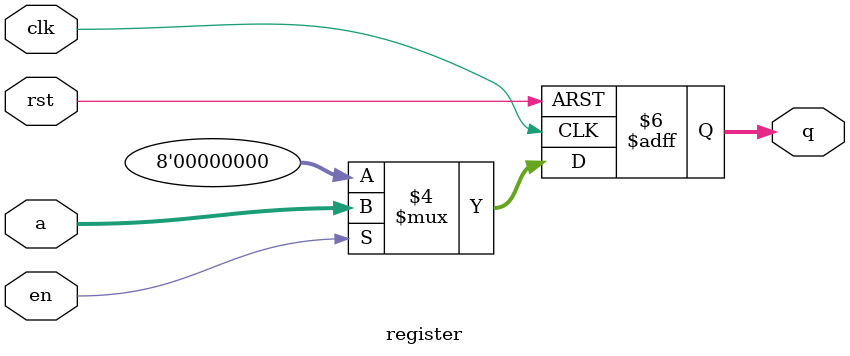
<source format=v>
module register(clk,rst,en,a,q);

    input clk,rst,en;
	input [7:0] a;
	output reg [7:0] q;
	
	always@(posedge clk or posedge rst)
	begin
	
	   if(rst)
	      q<=0;
		else if (en==0)
          q<=0;
		else
          q<=a;		
    end

endmodule	

</source>
